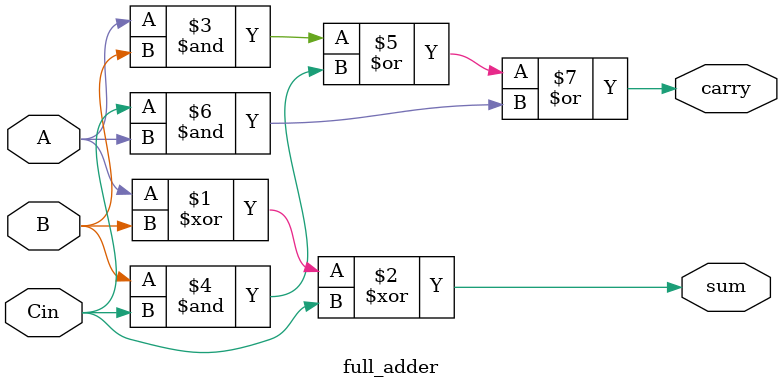
<source format=v>


module full_adder(input A,B,Cin,output sum, carry );
    assign sum=A^B^Cin;
    assign carry=(A&B)|(B&Cin)|(Cin&A);
endmodule

</source>
